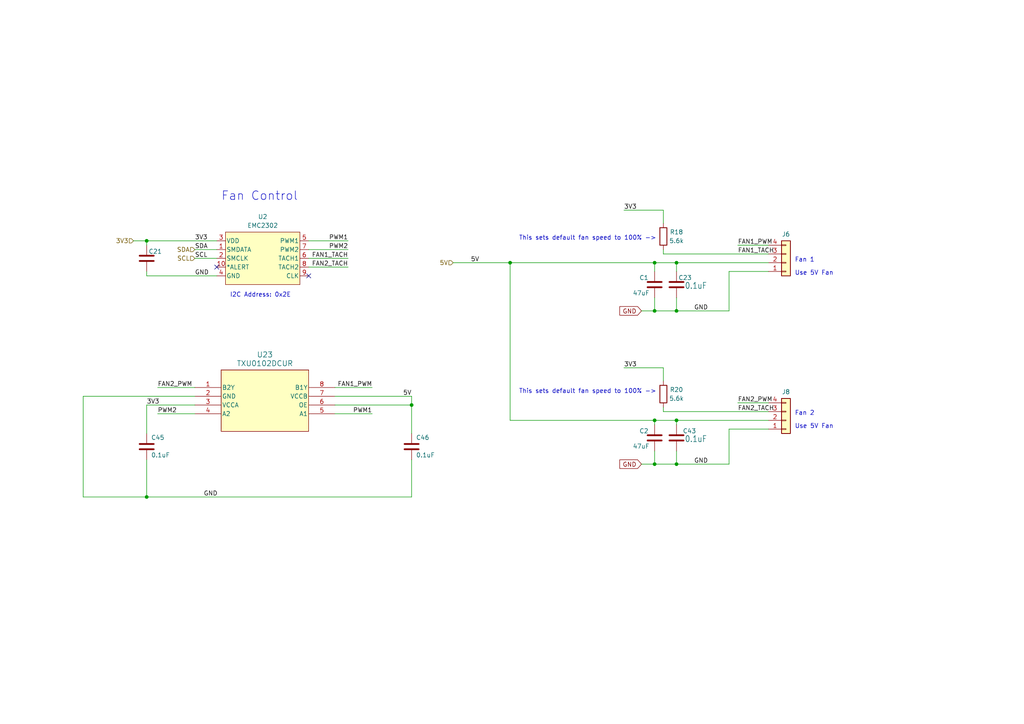
<source format=kicad_sch>
(kicad_sch (version 20231120) (generator "eeschema") (generator_version "8.0")
  (paper "A4")
  (title_block (title "BitForgeMini") (date "2024-06-21") (rev "1.0") (comment 1 "Licensed under CERN-OHL-W version 2"))
  (lib_symbols
    (symbol "BitForgeNano:C" (pin_numbers hide) (pin_names (offset 0.254))
      (property "Reference" "C" (at 0.635 2.54 0))
      (property "Value" "C" (at 0.635 -2.54 0))
      (symbol "C_0_1"
        (polyline (pts (xy -2.032 -0.762) (xy 2.032 -0.762)) (stroke (width 0.508)))
        (polyline (pts (xy -2.032 0.762) (xy 2.032 0.762)) (stroke (width 0.508)))
      )
      (symbol "C_1_1"
        (pin passive line (at 0 3.81 270) (length 2.794) (name "~") (number "1"))
        (pin passive line (at 0 -3.81 90) (length 2.794) (name "~") (number "2"))
      )
    )
    (symbol "BitForgeNano:Conn_01x04" (pin_names (offset 1.016) hide)
      (property "Reference" "J" (at 0 5.08 0))
      (property "Value" "Conn_01x04" (at 0 -7.62 0))
      (symbol "Conn_01x04_1_1"
        (rectangle (start -1.27 -4.953) (end 0 -5.207) (stroke (width 0.1524)))
        (rectangle (start -1.27 -2.413) (end 0 -2.667) (stroke (width 0.1524)))
        (rectangle (start -1.27 0.127) (end 0 -0.127) (stroke (width 0.1524)))
        (rectangle (start -1.27 2.667) (end 0 2.413) (stroke (width 0.1524)))
        (rectangle (start -1.27 3.81) (end 1.27 -6.35) (stroke (width 0.254)) (fill (type background)))
        (pin passive line (at -5.08 2.54 0) (length 3.81) (name "Pin_1") (number "1"))
        (pin passive line (at -5.08 0 0) (length 3.81) (name "Pin_2") (number "2"))
        (pin passive line (at -5.08 -2.54 0) (length 3.81) (name "Pin_3") (number "3"))
        (pin passive line (at -5.08 -5.08 0) (length 3.81) (name "Pin_4") (number "4"))
      )
    )
    (symbol "BitForgeNano:EMC2302-2-AIZL-TR" (pin_names (offset 0.254))
      (property "Reference" "U" (at -8.89 8.89 0))
      (property "Value" "EMC2302-2-AIZL-TR" (at 7.62 -8.89 0))
      (symbol "EMC2302-2-AIZL-TR_0_1"
        (pin bidirectional line (at -11.43 2.54 0) (length 2.54) (name "SMDATA") (number "1"))
        (pin output line (at -11.43 -2.54 0) (length 2.54) (name "*ALERT") (number "10"))
        (pin input line (at -11.43 0 0) (length 2.54) (name "SMCLK") (number "2"))
        (pin power_in line (at -11.43 5.08 0) (length 2.54) (name "VDD") (number "3"))
        (pin power_in line (at -11.43 -5.08 0) (length 2.54) (name "GND") (number "4"))
        (pin output line (at 15.24 5.08 180) (length 2.54) (name "PWM1") (number "5"))
        (pin input line (at 15.24 0 180) (length 2.54) (name "TACH1") (number "6"))
        (pin output line (at 15.24 2.54 180) (length 2.54) (name "PWM2") (number "7"))
        (pin input line (at 15.24 -2.54 180) (length 2.54) (name "TACH2") (number "8"))
        (pin bidirectional line (at 15.24 -5.08 180) (length 2.54) (name "CLK") (number "9"))
      )
      (symbol "EMC2302-2-AIZL-TR_1_1"
        (rectangle (start -8.89 7.62) (end 12.7 -7.62) (fill (type background)))
      )
    )
    (symbol "BitForgeNano:R" (pin_numbers hide) (pin_names (offset 0))
      (property "Reference" "R" (at 2.032 0 90))
      (property "Value" "R" (at 0 0 90))
      (symbol "R_0_1"
        (rectangle (start -1.016 -2.54) (end 1.016 2.54) (stroke (width 0.254)))
      )
      (symbol "R_1_1"
        (pin passive line (at 0 3.81 270) (length 1.27) (name "~") (number "1"))
        (pin passive line (at 0 -3.81 90) (length 1.27) (name "~") (number "2"))
      )
    )
    (symbol "BitForgeNano:TXU0102DCUR" (pin_names (offset 0.254))
      (property "Reference" "U23" (at 20.32 9.525 0))
      (property "Value" "TXU0102DCUR" (at 20.32 6.985 0))
      (symbol "TXU0102DCUR_0_1"
        (polyline (pts (xy 7.62 -12.7) (xy 33.02 -12.7)) (stroke (width 0.127)))
        (polyline (pts (xy 7.62 5.08) (xy 7.62 -12.7)) (stroke (width 0.127)))
        (polyline (pts (xy 33.02 5.08) (xy 7.62 5.08)) (stroke (width 0.127)))
        (pin output line (at 0 0 0) (length 7.62) (name "B2Y") (number "1"))
        (pin power_out line (at 0 -2.54 0) (length 7.62) (name "GND") (number "2"))
        (pin power_in line (at 0 -5.08 0) (length 7.62) (name "VCCA") (number "3"))
        (pin input line (at 0 -7.62 0) (length 7.62) (name "A2") (number "4"))
        (pin input line (at 40.64 -7.62 180) (length 7.62) (name "A1") (number "5"))
        (pin input line (at 40.64 -5.08 180) (length 7.62) (name "OE") (number "6"))
        (pin power_in line (at 40.64 -2.54 180) (length 7.62) (name "VCCB") (number "7"))
        (pin output line (at 40.64 0 180) (length 7.62) (name "B1Y") (number "8"))
      )
      (symbol "TXU0102DCUR_1_1"
        (rectangle (start 7.62 5.08) (end 33.02 -12.7) (fill (type background)))
      )
    )
  )
  (junction (at 189.865 134.62))
  (junction (at 119.38 117.475))
  (junction (at 147.955 76.2))
  (junction (at 189.865 90.17))
  (junction (at 42.545 144.145))
  (junction (at 196.215 90.17))
  (junction (at 189.865 76.2))
  (junction (at 42.545 69.85))
  (junction (at 196.215 121.92))
  (junction (at 196.215 76.2))
  (junction (at 196.215 134.62))
  (junction (at 189.865 121.92))
  (no_connect (at 62.865 77.47))
  (no_connect (at 89.535 80.01))
  (wire (pts (xy 42.545 69.85) (xy 42.545 71.12)))
  (wire (pts (xy 213.995 71.12) (xy 222.885 71.12)))
  (wire (pts (xy 211.455 124.46) (xy 211.455 134.62)))
  (wire (pts (xy 56.515 72.39) (xy 62.865 72.39)))
  (wire (pts (xy 192.405 119.38) (xy 222.885 119.38)))
  (wire (pts (xy 45.72 112.395) (xy 56.515 112.395)))
  (wire (pts (xy 196.215 76.2) (xy 196.215 78.74)))
  (wire (pts (xy 147.955 76.2) (xy 189.865 76.2)))
  (wire (pts (xy 196.215 130.81) (xy 196.215 134.62)))
  (wire (pts (xy 189.865 86.36) (xy 189.865 90.17)))
  (wire (pts (xy 180.975 106.68) (xy 192.405 106.68)))
  (wire (pts (xy 89.535 69.85) (xy 100.965 69.85)))
  (wire (pts (xy 56.515 74.93) (xy 62.865 74.93)))
  (wire (pts (xy 189.865 76.2) (xy 196.215 76.2)))
  (wire (pts (xy 211.455 124.46) (xy 222.885 124.46)))
  (wire (pts (xy 189.865 90.17) (xy 196.215 90.17)))
  (wire (pts (xy 213.995 116.84) (xy 222.885 116.84)))
  (wire (pts (xy 186.055 134.62) (xy 189.865 134.62)))
  (wire (pts (xy 56.515 117.475) (xy 42.545 117.475)))
  (wire (pts (xy 42.545 117.475) (xy 42.545 125.73)))
  (wire (pts (xy 192.405 118.11) (xy 192.405 119.38)))
  (wire (pts (xy 196.215 86.36) (xy 196.215 90.17)))
  (wire (pts (xy 97.155 114.935) (xy 119.38 114.935)))
  (wire (pts (xy 189.865 121.92) (xy 196.215 121.92)))
  (wire (pts (xy 89.535 72.39) (xy 100.965 72.39)))
  (wire (pts (xy 42.545 133.35) (xy 42.545 144.145)))
  (wire (pts (xy 147.955 121.92) (xy 189.865 121.92)))
  (wire (pts (xy 97.155 112.395) (xy 107.95 112.395)))
  (wire (pts (xy 119.38 133.35) (xy 119.38 144.145)))
  (wire (pts (xy 56.515 114.935) (xy 24.13 114.935)))
  (wire (pts (xy 196.215 134.62) (xy 211.455 134.62)))
  (wire (pts (xy 192.405 110.49) (xy 192.405 106.68)))
  (wire (pts (xy 97.155 117.475) (xy 119.38 117.475)))
  (wire (pts (xy 189.865 121.92) (xy 189.865 123.19)))
  (wire (pts (xy 186.055 90.17) (xy 189.865 90.17)))
  (wire (pts (xy 119.38 117.475) (xy 119.38 125.73)))
  (wire (pts (xy 196.215 76.2) (xy 222.885 76.2)))
  (wire (pts (xy 97.155 120.015) (xy 107.95 120.015)))
  (wire (pts (xy 147.955 76.2) (xy 147.955 121.92)))
  (wire (pts (xy 24.13 114.935) (xy 24.13 144.145)))
  (wire (pts (xy 189.865 76.2) (xy 189.865 78.74)))
  (wire (pts (xy 42.545 69.85) (xy 62.865 69.85)))
  (wire (pts (xy 196.215 90.17) (xy 211.455 90.17)))
  (wire (pts (xy 42.545 78.74) (xy 42.545 80.01)))
  (wire (pts (xy 119.38 144.145) (xy 42.545 144.145)))
  (wire (pts (xy 180.975 60.96) (xy 192.405 60.96)))
  (wire (pts (xy 211.455 78.74) (xy 211.455 90.17)))
  (wire (pts (xy 196.215 121.92) (xy 196.215 123.19)))
  (wire (pts (xy 131.445 76.2) (xy 147.955 76.2)))
  (wire (pts (xy 189.865 130.81) (xy 189.865 134.62)))
  (wire (pts (xy 89.535 74.93) (xy 100.965 74.93)))
  (wire (pts (xy 42.545 80.01) (xy 62.865 80.01)))
  (wire (pts (xy 196.215 121.92) (xy 222.885 121.92)))
  (wire (pts (xy 192.405 72.39) (xy 192.405 73.66)))
  (wire (pts (xy 45.72 120.015) (xy 56.515 120.015)))
  (wire (pts (xy 192.405 73.66) (xy 222.885 73.66)))
  (wire (pts (xy 89.535 77.47) (xy 100.965 77.47)))
  (wire (pts (xy 192.405 64.77) (xy 192.405 60.96)))
  (wire (pts (xy 42.545 144.145) (xy 24.13 144.145)))
  (wire (pts (xy 211.455 78.74) (xy 222.885 78.74)))
  (wire (pts (xy 38.735 69.85) (xy 42.545 69.85)))
  (wire (pts (xy 189.865 134.62) (xy 196.215 134.62)))
  (wire (pts (xy 119.38 114.935) (xy 119.38 117.475)))
  (text "Fan 1" (at 230.505 76.2 0) (effects (font (size 1.27 1.27)) (justify left bottom)))
  (text "This sets default fan speed to 100% ->" (at 150.495 114.3 0) (effects (font (size 1.27 1.27)) (justify left bottom)))
  (text "This sets default fan speed to 100% ->" (at 150.495 69.85 0) (effects (font (size 1.27 1.27)) (justify left bottom)))
  (text "I2C Address: 0x2E" (at 66.675 86.36 0) (effects (font (size 1.27 1.27)) (justify left bottom)))
  (text "Use 5V Fan" (at 230.505 80.01 0) (effects (font (size 1.27 1.27)) (justify left bottom)))
  (text "Fan 2" (at 230.505 120.65 0) (effects (font (size 1.27 1.27)) (justify left bottom)))
  (text "Fan Control" (at 64.135 58.42 0) (effects (font (size 2.5 2.5)) (justify left bottom)))
  (text "Use 5V Fan" (at 230.505 124.46 0) (effects (font (size 1.27 1.27)) (justify left bottom)))
  (label "3V3" (at 180.975 60.96 0))
  (label "SDA" (at 56.515 72.39 0))
  (label "5V" (at 136.525 76.2 0))
  (label "FAN1_PWM" (at 107.95 112.395 180))
  (label "FAN2_PWM" (at 213.995 116.84 0))
  (label "5V" (at 119.38 114.935 180))
  (label "PWM2" (at 45.72 120.015 0))
  (label "FAN1_TACH" (at 100.965 74.93 180))
  (label "FAN2_TACH" (at 100.965 77.47 180))
  (label "3V3" (at 56.515 69.85 0))
  (label "3V3" (at 42.545 117.475 0))
  (label "GND" (at 201.295 90.17 0))
  (label "SCL" (at 56.515 74.93 0))
  (label "FAN1_TACH" (at 213.995 73.66 0))
  (label "PWM1" (at 107.95 120.015 180))
  (label "PWM2" (at 100.965 72.39 180))
  (label "FAN2_TACH" (at 213.995 119.38 0))
  (label "3V3" (at 180.975 106.68 0))
  (label "GND" (at 56.515 80.01 0))
  (label "FAN1_PWM" (at 213.995 71.12 0))
  (label "GND" (at 59.055 144.145 0))
  (label "PWM1" (at 100.965 69.85 180))
  (label "FAN2_PWM" (at 45.72 112.395 0))
  (label "GND" (at 201.295 134.62 0))
  (global_label "GND" (shape input) (at 186.055 90.17 180) (property "Intersheetrefs" "${INTERSHEET_REFS}" (effects (hide yes))))
  (global_label "GND" (shape input) (at 186.055 134.62 180) (property "Intersheetrefs" "${INTERSHEET_REFS}" (effects (hide yes))))
  (hierarchical_label "3V3" (shape input) (at 38.735 69.85 180))
  (hierarchical_label "SDA" (shape input) (at 56.515 72.39 180))
  (hierarchical_label "SCL" (shape input) (at 56.515 74.93 180))
  (hierarchical_label "5V" (shape input) (at 131.445 76.2 180))
  (symbol (lib_id "BitForgeNano:C") (at 189.865 82.55 0) (unit 1)
    (property "Reference" "C1" (at 185.42 81.28 0) (effects (justify left bottom)))
    (property "Value" "47uF" (at 183.515 85.725 0) (effects (justify left bottom)))
    (property "Footprint" "BitForgeNano:C_1210_3225Metric" (effects (hide yes)))
    (property "Description" "CL32A476KOJNNNE" (effects (hide yes)))
    (property "DK" "1276-3376-1-ND" (effects (hide yes)))
    (property "PARTNO" "CL32A476KOJNNNE" (effects (hide yes)))
  )
  (symbol (lib_id "BitForgeNano:TXU0102DCUR") (at 56.515 112.395 0) (unit 1)
    (property "Reference" "U23" (at 76.835 102.87 0) (effects (font (size 1.524 1.524))))
    (property "Value" "TXU0102DCUR" (at 76.835 105.41 0) (effects (font (size 1.524 1.524))))
    (property "Footprint" "BitForgeNano:VSSOP-8_2.3x2mm_P0.5mm" (effects (hide yes)))
    (property "Datasheet" "TXU0102DCUR" (effects (hide yes)))
    (property "Description" "TXU0102DCUR" (effects (hide yes)))
    (property "DK" "296-TXU0102DCURCT-ND" (effects (hide yes)))
  )
  (symbol (lib_id "BitForgeNano:R") (at 192.405 114.3 180) (unit 1)
    (property "Reference" "R20" (at 196.215 113.03 0))
    (property "Value" "5.6k" (at 196.215 115.57 0))
    (property "Footprint" "BitForgeNano:R_0402_1005Metric" (effects (hide yes)))
    (property "Description" "RC0402FR-135K6L" (effects (hide yes)))
    (property "DK" "13-RC0402FR-135K6LCT-ND" (effects (hide yes)))
    (property "PARTNO" "RC0402FR-135K6L" (effects (hide yes)))
  )
  (symbol (lib_id "BitForgeNano:C") (at 196.215 82.55 0) (mirror y) (unit 1)
    (property "Reference" "C23" (at 200.66 81.28 0) (effects (justify left bottom)))
    (property "Value" "0.1uF" (at 205.105 83.82 0) (effects (font (size 1.778 1.5113)) (justify left bottom)))
    (property "Footprint" "BitForgeNano:C_0402_1005Metric" (effects (hide yes)))
    (property "Description" "0402X104K100CT" (effects (hide yes)))
    (property "DK" "1292-1639-1-ND" (effects (hide yes)))
    (property "PARTNO" "KGM05AR71C104KH" (effects (hide yes)))
  )
  (symbol (lib_id "BitForgeNano:C") (at 119.38 129.54 0) (unit 1)
    (property "Reference" "C46" (at 120.65 127.635 0) (effects (justify left bottom)))
    (property "Value" "0.1uF" (at 120.65 132.715 0) (effects (justify left bottom)))
    (property "Footprint" "BitForgeNano:C_0402_1005Metric" (effects (hide yes)))
    (property "Description" "0402X104K100CT" (effects (hide yes)))
    (property "DK" "1292-1639-1-ND" (effects (hide yes)))
    (property "PARTNO" "0402X104K100CT" (effects (hide yes)))
  )
  (symbol (lib_id "BitForgeNano:R") (at 192.405 68.58 180) (unit 1)
    (property "Reference" "R18" (at 196.215 67.31 0))
    (property "Value" "5.6k" (at 196.215 69.85 0))
    (property "Footprint" "BitForgeNano:R_0402_1005Metric" (effects (hide yes)))
    (property "Description" "RC0402FR-135K6L" (effects (hide yes)))
    (property "DK" "13-RC0402FR-135K6LCT-ND" (effects (hide yes)))
    (property "PARTNO" "RC0402FR-135K6L" (effects (hide yes)))
  )
  (symbol (lib_id "BitForgeNano:Conn_01x04") (at 227.965 121.92 0) (mirror x) (unit 1)
    (property "Reference" "J8" (at 227.965 113.665 0))
    (property "Value" "Conn_01x04" (effects (hide yes)))
    (property "Footprint" "BitForgeNano:470531000" (effects (hide yes)))
    (property "Description" "0470531000" (effects (hide yes)))
    (property "PARTNO" "0470531000" (effects (hide yes)))
    (property "DK" "WM4330-ND" (effects (hide yes)))
  )
  (symbol (lib_id "BitForgeNano:EMC2302-2-AIZL-TR") (at 74.295 74.93 0) (unit 1)
    (property "Reference" "U2" (at 76.2 62.865 0))
    (property "Value" "EMC2302" (at 76.2 65.405 0))
    (property "Footprint" "BitForgeNano:MSOP-10_3x3mm_P0.5mm" (effects (hide yes)))
    (property "Datasheet" "https://ww1.microchip.com/downloads/aemDocuments/documents/MSLD/ProductDocuments/DataSheets/EMC2301-2-3-5-Data-Sheet-DS20006532A.pdf" (effects (hide yes)))
    (property "Description" "EMC2302-2-AIZL-TR" (effects (hide yes)))
    (property "DK" "EMC2302-2-AIZL-CT-ND" (effects (hide yes)))
    (property "PARTNO" "EMC2302-2-AIZL-TR" (effects (hide yes)))
  )
  (symbol (lib_id "BitForgeNano:C") (at 189.865 127 0) (unit 1)
    (property "Reference" "C2" (at 185.42 125.73 0) (effects (justify left bottom)))
    (property "Value" "47uF" (at 183.515 130.175 0) (effects (justify left bottom)))
    (property "Footprint" "BitForgeNano:C_1210_3225Metric" (effects (hide yes)))
    (property "Description" "CL32A476KOJNNNE" (effects (hide yes)))
    (property "DK" "1276-3376-1-ND" (effects (hide yes)))
    (property "PARTNO" "CL32A476KOJNNNE" (effects (hide yes)))
  )
  (symbol (lib_id "BitForgeNano:Conn_01x04") (at 227.965 76.2 0) (mirror x) (unit 1)
    (property "Reference" "J6" (at 227.965 67.945 0))
    (property "Value" "Conn_01x04" (effects (hide yes)))
    (property "Footprint" "BitForgeNano:470531000" (effects (hide yes)))
    (property "Description" "0470531000" (effects (hide yes)))
    (property "PARTNO" "0470531000" (effects (hide yes)))
    (property "DK" "WM4330-ND" (effects (hide yes)))
  )
  (symbol (lib_id "BitForgeNano:C") (at 42.545 129.54 0) (unit 1)
    (property "Reference" "C45" (at 43.815 127.635 0) (effects (justify left bottom)))
    (property "Value" "0.1uF" (at 43.815 132.715 0) (effects (justify left bottom)))
    (property "Footprint" "BitForgeNano:C_0402_1005Metric" (effects (hide yes)))
    (property "Description" "0402X104K100CT" (effects (hide yes)))
    (property "DK" "1292-1639-1-ND" (effects (hide yes)))
    (property "PARTNO" "0402X104K100CT" (effects (hide yes)))
  )
  (symbol (lib_id "BitForgeNano:C") (at 196.215 127 0) (mirror y) (unit 1)
    (property "Reference" "C43" (at 201.93 125.73 0) (effects (justify left bottom)))
    (property "Value" "0.1uF" (at 205.105 128.27 0) (effects (font (size 1.778 1.5113)) (justify left bottom)))
    (property "Footprint" "BitForgeNano:C_0402_1005Metric" (effects (hide yes)))
    (property "Description" "0402X104K100CT" (effects (hide yes)))
    (property "DK" "1292-1639-1-ND" (effects (hide yes)))
    (property "PARTNO" "KGM05AR71C104KH" (effects (hide yes)))
  )
  (symbol (lib_id "BitForgeNano:C") (at 42.545 74.93 0) (mirror y) (unit 1)
    (property "Reference" "C21" (at 46.99 73.66 0) (effects (justify left bottom)))
    (property "Value" "0.1uF" (effects (hide yes)))
    (property "Footprint" "BitForgeNano:C_0402_1005Metric" (effects (hide yes)))
    (property "Description" "0402X104K100CT" (effects (hide yes)))
    (property "DK" "1292-1639-1-ND" (effects (hide yes)))
    (property "PARTNO" "KGM05AR71C104KH" (effects (hide yes)))
  )
)
</source>
